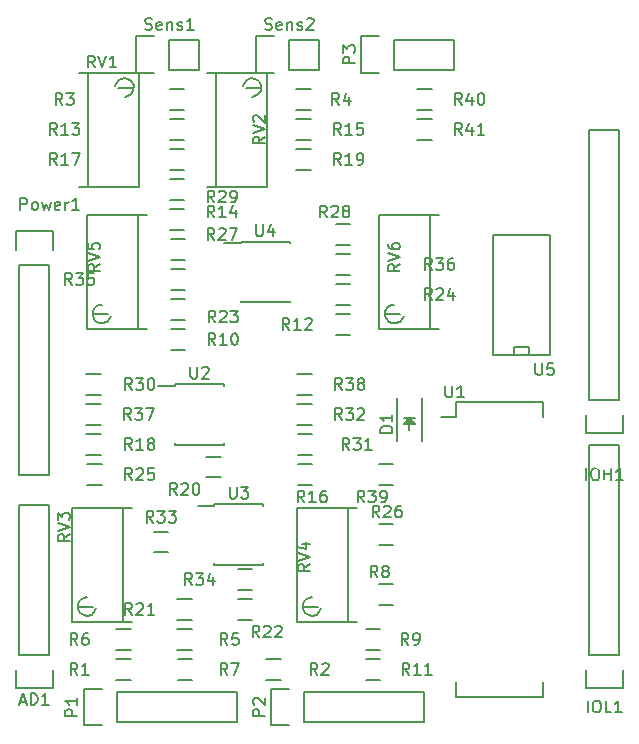
<source format=gto>
G04 #@! TF.FileFunction,Legend,Top*
%FSLAX45Y45*%
G04 Gerber Fmt 4.5, Leading zero omitted, Abs format (unit mm)*
G04 Created by KiCad (PCBNEW (2016-02-11 BZR 6551)-product) date Friday, February 12, 2016 'PMt' 09:01:30 PM*
%MOMM*%
G01*
G04 APERTURE LIST*
%ADD10C,0.100000*%
%ADD11C,0.150000*%
%ADD12R,2.032000X1.727200*%
%ADD13O,2.032000X1.727200*%
%ADD14R,1.800860X1.597660*%
%ADD15R,1.727200X2.032000*%
%ADD16O,1.727200X2.032000*%
%ADD17R,1.500000X1.300000*%
%ADD18C,1.524000*%
%ADD19R,2.032000X2.032000*%
%ADD20O,2.032000X2.032000*%
%ADD21O,2.300000X1.600000*%
%ADD22R,1.550000X0.600000*%
%ADD23R,1.143000X0.508000*%
G04 APERTURE END LIST*
D10*
D11*
X18669000Y-13462000D02*
X18669000Y-12192000D01*
X18669000Y-12192000D02*
X18923000Y-12192000D01*
X18923000Y-12192000D02*
X18923000Y-13462000D01*
X18641000Y-13744000D02*
X18641000Y-13589000D01*
X18669000Y-13462000D02*
X18923000Y-13462000D01*
X18951000Y-13589000D02*
X18951000Y-13744000D01*
X18951000Y-13744000D02*
X18641000Y-13744000D01*
X21866000Y-11293486D02*
X21866000Y-11653486D01*
X22076000Y-11293486D02*
X22076000Y-11653486D01*
X22001000Y-11498486D02*
X21941000Y-11498486D01*
X21941000Y-11498486D02*
X21971000Y-11468486D01*
X21971000Y-11468486D02*
X21991000Y-11488486D01*
X21991000Y-11488486D02*
X21966000Y-11488486D01*
X21966000Y-11488486D02*
X21971000Y-11483486D01*
X22021000Y-11458486D02*
X21921000Y-11458486D01*
X21971000Y-11508486D02*
X21971000Y-11558486D01*
X21971000Y-11458486D02*
X22021000Y-11508486D01*
X22021000Y-11508486D02*
X21921000Y-11508486D01*
X21921000Y-11508486D02*
X21971000Y-11458486D01*
X23495000Y-11303000D02*
X23495000Y-9017000D01*
X23495000Y-9017000D02*
X23749000Y-9017000D01*
X23749000Y-9017000D02*
X23749000Y-11303000D01*
X23467000Y-11585000D02*
X23467000Y-11430000D01*
X23495000Y-11303000D02*
X23749000Y-11303000D01*
X23777000Y-11430000D02*
X23777000Y-11585000D01*
X23777000Y-11585000D02*
X23467000Y-11585000D01*
X23495000Y-13462000D02*
X23495000Y-11684000D01*
X23495000Y-11684000D02*
X23749000Y-11684000D01*
X23749000Y-11684000D02*
X23749000Y-13462000D01*
X23467000Y-13744000D02*
X23467000Y-13589000D01*
X23495000Y-13462000D02*
X23749000Y-13462000D01*
X23777000Y-13589000D02*
X23777000Y-13744000D01*
X23777000Y-13744000D02*
X23467000Y-13744000D01*
X19367500Y-14061500D02*
X19212500Y-14061500D01*
X19212500Y-14061500D02*
X19212500Y-13751500D01*
X19212500Y-13751500D02*
X19367500Y-13751500D01*
X19494500Y-13779500D02*
X20510500Y-13779500D01*
X20510500Y-13779500D02*
X20510500Y-14033500D01*
X20510500Y-14033500D02*
X19494500Y-14033500D01*
X19494500Y-13779500D02*
X19494500Y-14033500D01*
X20955000Y-14061500D02*
X20800000Y-14061500D01*
X20800000Y-14061500D02*
X20800000Y-13751500D01*
X20800000Y-13751500D02*
X20955000Y-13751500D01*
X21082000Y-13779500D02*
X22098000Y-13779500D01*
X22098000Y-13779500D02*
X22098000Y-14033500D01*
X22098000Y-14033500D02*
X21082000Y-14033500D01*
X21082000Y-13779500D02*
X21082000Y-14033500D01*
X21844000Y-8509000D02*
X22352000Y-8509000D01*
X22352000Y-8509000D02*
X22352000Y-8255000D01*
X22352000Y-8255000D02*
X21844000Y-8255000D01*
X21562000Y-8227000D02*
X21717000Y-8227000D01*
X21844000Y-8255000D02*
X21844000Y-8509000D01*
X21717000Y-8537000D02*
X21562000Y-8537000D01*
X21562000Y-8537000D02*
X21562000Y-8227000D01*
X18923000Y-10160000D02*
X18923000Y-11938000D01*
X18923000Y-11938000D02*
X18669000Y-11938000D01*
X18669000Y-11938000D02*
X18669000Y-10160000D01*
X18951000Y-9878000D02*
X18951000Y-10033000D01*
X18923000Y-10160000D02*
X18669000Y-10160000D01*
X18641000Y-10033000D02*
X18641000Y-9878000D01*
X18641000Y-9878000D02*
X18951000Y-9878000D01*
X19490000Y-13501500D02*
X19610000Y-13501500D01*
X19610000Y-13676500D02*
X19490000Y-13676500D01*
X20880000Y-13676500D02*
X20760000Y-13676500D01*
X20760000Y-13501500D02*
X20880000Y-13501500D01*
X19942500Y-8675500D02*
X20062500Y-8675500D01*
X20062500Y-8850500D02*
X19942500Y-8850500D01*
X21014000Y-8675500D02*
X21134000Y-8675500D01*
X21134000Y-8850500D02*
X21014000Y-8850500D01*
X20126000Y-13422500D02*
X20006000Y-13422500D01*
X20006000Y-13247500D02*
X20126000Y-13247500D01*
X19610000Y-13422500D02*
X19490000Y-13422500D01*
X19490000Y-13247500D02*
X19610000Y-13247500D01*
X20134000Y-13676500D02*
X20014000Y-13676500D01*
X20014000Y-13501500D02*
X20134000Y-13501500D01*
X21832500Y-13041500D02*
X21712500Y-13041500D01*
X21712500Y-12866500D02*
X21832500Y-12866500D01*
X21721500Y-13422500D02*
X21601500Y-13422500D01*
X21601500Y-13247500D02*
X21721500Y-13247500D01*
X20070500Y-10882500D02*
X19950500Y-10882500D01*
X19950500Y-10707500D02*
X20070500Y-10707500D01*
X21721500Y-13676500D02*
X21601500Y-13676500D01*
X21601500Y-13501500D02*
X21721500Y-13501500D01*
X21347500Y-10580500D02*
X21467500Y-10580500D01*
X21467500Y-10755500D02*
X21347500Y-10755500D01*
X19942500Y-8929500D02*
X20062500Y-8929500D01*
X20062500Y-9104500D02*
X19942500Y-9104500D01*
X19942500Y-9691500D02*
X20062500Y-9691500D01*
X20062500Y-9866500D02*
X19942500Y-9866500D01*
X21014000Y-8929500D02*
X21134000Y-8929500D01*
X21134000Y-9104500D02*
X21014000Y-9104500D01*
X21150000Y-12025500D02*
X21030000Y-12025500D01*
X21030000Y-11850500D02*
X21150000Y-11850500D01*
X19942500Y-9183500D02*
X20062500Y-9183500D01*
X20062500Y-9358500D02*
X19942500Y-9358500D01*
X19356000Y-11771500D02*
X19236000Y-11771500D01*
X19236000Y-11596500D02*
X19356000Y-11596500D01*
X21014000Y-9183500D02*
X21134000Y-9183500D01*
X21134000Y-9358500D02*
X21014000Y-9358500D01*
X20372000Y-11962000D02*
X20252000Y-11962000D01*
X20252000Y-11787000D02*
X20372000Y-11787000D01*
X20126000Y-13168500D02*
X20006000Y-13168500D01*
X20006000Y-12993500D02*
X20126000Y-12993500D01*
X20642000Y-13168500D02*
X20522000Y-13168500D01*
X20522000Y-12993500D02*
X20642000Y-12993500D01*
X20070500Y-10628500D02*
X19950500Y-10628500D01*
X19950500Y-10453500D02*
X20070500Y-10453500D01*
X21467500Y-10501500D02*
X21347500Y-10501500D01*
X21347500Y-10326500D02*
X21467500Y-10326500D01*
X19364000Y-12025500D02*
X19244000Y-12025500D01*
X19244000Y-11850500D02*
X19364000Y-11850500D01*
X21832500Y-12533500D02*
X21712500Y-12533500D01*
X21712500Y-12358500D02*
X21832500Y-12358500D01*
X20070500Y-10120500D02*
X19950500Y-10120500D01*
X19950500Y-9945500D02*
X20070500Y-9945500D01*
X21347500Y-9818500D02*
X21467500Y-9818500D01*
X21467500Y-9993500D02*
X21347500Y-9993500D01*
X19942500Y-9437500D02*
X20062500Y-9437500D01*
X20062500Y-9612500D02*
X19942500Y-9612500D01*
X19356000Y-11263500D02*
X19236000Y-11263500D01*
X19236000Y-11088500D02*
X19356000Y-11088500D01*
X21150000Y-11771500D02*
X21030000Y-11771500D01*
X21030000Y-11596500D02*
X21150000Y-11596500D01*
X21022000Y-11342500D02*
X21142000Y-11342500D01*
X21142000Y-11517500D02*
X21022000Y-11517500D01*
X19927500Y-12597000D02*
X19807500Y-12597000D01*
X19807500Y-12422000D02*
X19927500Y-12422000D01*
X20642000Y-12914500D02*
X20522000Y-12914500D01*
X20522000Y-12739500D02*
X20642000Y-12739500D01*
X20070500Y-10374500D02*
X19950500Y-10374500D01*
X19950500Y-10199500D02*
X20070500Y-10199500D01*
X21467500Y-10247500D02*
X21347500Y-10247500D01*
X21347500Y-10072500D02*
X21467500Y-10072500D01*
X19356000Y-11517500D02*
X19236000Y-11517500D01*
X19236000Y-11342500D02*
X19356000Y-11342500D01*
X21142000Y-11263500D02*
X21022000Y-11263500D01*
X21022000Y-11088500D02*
X21142000Y-11088500D01*
X21832500Y-12025500D02*
X21712500Y-12025500D01*
X21712500Y-11850500D02*
X21832500Y-11850500D01*
X22038000Y-8675500D02*
X22158000Y-8675500D01*
X22158000Y-8850500D02*
X22038000Y-8850500D01*
X22038000Y-8929500D02*
X22158000Y-8929500D01*
X22158000Y-9104500D02*
X22038000Y-9104500D01*
X19634200Y-8661400D02*
X19507200Y-8661400D01*
X19559270Y-8740140D02*
X19584670Y-8736330D01*
X19584670Y-8736330D02*
X19612610Y-8718550D01*
X19612610Y-8718550D02*
X19634200Y-8686800D01*
X19634200Y-8686800D02*
X19635470Y-8642350D01*
X19635470Y-8642350D02*
X19615150Y-8606790D01*
X19615150Y-8606790D02*
X19585940Y-8589010D01*
X19585940Y-8589010D02*
X19554190Y-8583930D01*
X19554190Y-8583930D02*
X19513550Y-8594090D01*
X19513550Y-8594090D02*
X19488150Y-8628380D01*
X19488150Y-8628380D02*
X19479260Y-8646160D01*
X19253200Y-9499600D02*
X19253200Y-8534400D01*
X19558000Y-8534400D02*
X19685000Y-8534400D01*
X19685000Y-8534400D02*
X19685000Y-9499600D01*
X19685000Y-9499600D02*
X19177000Y-9499600D01*
X19177000Y-8534400D02*
X19431000Y-8534400D01*
X19431000Y-8534400D02*
X19558000Y-8534400D01*
X20713700Y-8661400D02*
X20586700Y-8661400D01*
X20638770Y-8740140D02*
X20664170Y-8736330D01*
X20664170Y-8736330D02*
X20692110Y-8718550D01*
X20692110Y-8718550D02*
X20713700Y-8686800D01*
X20713700Y-8686800D02*
X20714970Y-8642350D01*
X20714970Y-8642350D02*
X20694650Y-8606790D01*
X20694650Y-8606790D02*
X20665440Y-8589010D01*
X20665440Y-8589010D02*
X20633690Y-8583930D01*
X20633690Y-8583930D02*
X20593050Y-8594090D01*
X20593050Y-8594090D02*
X20567650Y-8628380D01*
X20567650Y-8628380D02*
X20558760Y-8646160D01*
X20332700Y-9499600D02*
X20332700Y-8534400D01*
X20637500Y-8534400D02*
X20764500Y-8534400D01*
X20764500Y-8534400D02*
X20764500Y-9499600D01*
X20764500Y-9499600D02*
X20256500Y-9499600D01*
X20256500Y-8534400D02*
X20510500Y-8534400D01*
X20510500Y-8534400D02*
X20637500Y-8534400D01*
X19164300Y-13055600D02*
X19291300Y-13055600D01*
X19239230Y-12976860D02*
X19213830Y-12980670D01*
X19213830Y-12980670D02*
X19185890Y-12998450D01*
X19185890Y-12998450D02*
X19164300Y-13030200D01*
X19164300Y-13030200D02*
X19163030Y-13074650D01*
X19163030Y-13074650D02*
X19183350Y-13110210D01*
X19183350Y-13110210D02*
X19212560Y-13127990D01*
X19212560Y-13127990D02*
X19244310Y-13133070D01*
X19244310Y-13133070D02*
X19284950Y-13122910D01*
X19284950Y-13122910D02*
X19310350Y-13088620D01*
X19310350Y-13088620D02*
X19319240Y-13070840D01*
X19545300Y-12217400D02*
X19545300Y-13182600D01*
X19240500Y-13182600D02*
X19113500Y-13182600D01*
X19113500Y-13182600D02*
X19113500Y-12217400D01*
X19113500Y-12217400D02*
X19621500Y-12217400D01*
X19621500Y-13182600D02*
X19367500Y-13182600D01*
X19367500Y-13182600D02*
X19240500Y-13182600D01*
X21069300Y-13055600D02*
X21196300Y-13055600D01*
X21144230Y-12976860D02*
X21118830Y-12980670D01*
X21118830Y-12980670D02*
X21090890Y-12998450D01*
X21090890Y-12998450D02*
X21069300Y-13030200D01*
X21069300Y-13030200D02*
X21068030Y-13074650D01*
X21068030Y-13074650D02*
X21088350Y-13110210D01*
X21088350Y-13110210D02*
X21117560Y-13127990D01*
X21117560Y-13127990D02*
X21149310Y-13133070D01*
X21149310Y-13133070D02*
X21189950Y-13122910D01*
X21189950Y-13122910D02*
X21215350Y-13088620D01*
X21215350Y-13088620D02*
X21224240Y-13070840D01*
X21450300Y-12217400D02*
X21450300Y-13182600D01*
X21145500Y-13182600D02*
X21018500Y-13182600D01*
X21018500Y-13182600D02*
X21018500Y-12217400D01*
X21018500Y-12217400D02*
X21526500Y-12217400D01*
X21526500Y-13182600D02*
X21272500Y-13182600D01*
X21272500Y-13182600D02*
X21145500Y-13182600D01*
X19291300Y-10579100D02*
X19418300Y-10579100D01*
X19366230Y-10500360D02*
X19340830Y-10504170D01*
X19340830Y-10504170D02*
X19312890Y-10521950D01*
X19312890Y-10521950D02*
X19291300Y-10553700D01*
X19291300Y-10553700D02*
X19290030Y-10598150D01*
X19290030Y-10598150D02*
X19310350Y-10633710D01*
X19310350Y-10633710D02*
X19339560Y-10651490D01*
X19339560Y-10651490D02*
X19371310Y-10656570D01*
X19371310Y-10656570D02*
X19411950Y-10646410D01*
X19411950Y-10646410D02*
X19437350Y-10612120D01*
X19437350Y-10612120D02*
X19446240Y-10594340D01*
X19672300Y-9740900D02*
X19672300Y-10706100D01*
X19367500Y-10706100D02*
X19240500Y-10706100D01*
X19240500Y-10706100D02*
X19240500Y-9740900D01*
X19240500Y-9740900D02*
X19748500Y-9740900D01*
X19748500Y-10706100D02*
X19494500Y-10706100D01*
X19494500Y-10706100D02*
X19367500Y-10706100D01*
X21767800Y-10579100D02*
X21894800Y-10579100D01*
X21842730Y-10500360D02*
X21817330Y-10504170D01*
X21817330Y-10504170D02*
X21789390Y-10521950D01*
X21789390Y-10521950D02*
X21767800Y-10553700D01*
X21767800Y-10553700D02*
X21766530Y-10598150D01*
X21766530Y-10598150D02*
X21786850Y-10633710D01*
X21786850Y-10633710D02*
X21816060Y-10651490D01*
X21816060Y-10651490D02*
X21847810Y-10656570D01*
X21847810Y-10656570D02*
X21888450Y-10646410D01*
X21888450Y-10646410D02*
X21913850Y-10612120D01*
X21913850Y-10612120D02*
X21922740Y-10594340D01*
X22148800Y-9740900D02*
X22148800Y-10706100D01*
X21844000Y-10706100D02*
X21717000Y-10706100D01*
X21717000Y-10706100D02*
X21717000Y-9740900D01*
X21717000Y-9740900D02*
X22225000Y-9740900D01*
X22225000Y-10706100D02*
X21971000Y-10706100D01*
X21971000Y-10706100D02*
X21844000Y-10706100D01*
X19939000Y-8255000D02*
X20193000Y-8255000D01*
X19657000Y-8227000D02*
X19812000Y-8227000D01*
X19939000Y-8255000D02*
X19939000Y-8509000D01*
X19812000Y-8537000D02*
X19657000Y-8537000D01*
X19657000Y-8537000D02*
X19657000Y-8227000D01*
X19939000Y-8509000D02*
X20193000Y-8509000D01*
X20193000Y-8509000D02*
X20193000Y-8255000D01*
X20955000Y-8255000D02*
X21209000Y-8255000D01*
X20673000Y-8227000D02*
X20828000Y-8227000D01*
X20955000Y-8255000D02*
X20955000Y-8509000D01*
X20828000Y-8537000D02*
X20673000Y-8537000D01*
X20673000Y-8537000D02*
X20673000Y-8227000D01*
X20955000Y-8509000D02*
X21209000Y-8509000D01*
X21209000Y-8509000D02*
X21209000Y-8255000D01*
X22365500Y-11327500D02*
X22365500Y-11454500D01*
X23100500Y-11327500D02*
X23100500Y-11454500D01*
X23100500Y-13818500D02*
X23100500Y-13691500D01*
X22365500Y-13818500D02*
X22365500Y-13691500D01*
X22365500Y-11327500D02*
X23100500Y-11327500D01*
X22365500Y-13818500D02*
X23100500Y-13818500D01*
X22365500Y-11454500D02*
X22237000Y-11454500D01*
X19985500Y-11172500D02*
X19985500Y-11187000D01*
X20400500Y-11172500D02*
X20400500Y-11187000D01*
X20400500Y-11687500D02*
X20400500Y-11673000D01*
X19985500Y-11687500D02*
X19985500Y-11673000D01*
X19985500Y-11172500D02*
X20400500Y-11172500D01*
X19985500Y-11687500D02*
X20400500Y-11687500D01*
X19985500Y-11187000D02*
X19845500Y-11187000D01*
X20319000Y-12188500D02*
X20319000Y-12203000D01*
X20734000Y-12188500D02*
X20734000Y-12203000D01*
X20734000Y-12703500D02*
X20734000Y-12689000D01*
X20319000Y-12703500D02*
X20319000Y-12689000D01*
X20319000Y-12188500D02*
X20734000Y-12188500D01*
X20319000Y-12703500D02*
X20734000Y-12703500D01*
X20319000Y-12203000D02*
X20179000Y-12203000D01*
X20541000Y-9966000D02*
X20541000Y-9980500D01*
X20956000Y-9966000D02*
X20956000Y-9980500D01*
X20956000Y-10481000D02*
X20956000Y-10466500D01*
X20541000Y-10481000D02*
X20541000Y-10466500D01*
X20541000Y-9966000D02*
X20956000Y-9966000D01*
X20541000Y-10481000D02*
X20956000Y-10481000D01*
X20541000Y-9980500D02*
X20401000Y-9980500D01*
X22682200Y-9906000D02*
X23164800Y-9906000D01*
X23164800Y-9906000D02*
X23164800Y-10922000D01*
X23164800Y-10922000D02*
X22682200Y-10922000D01*
X22682200Y-10922000D02*
X22682200Y-9906000D01*
X22860000Y-10922000D02*
X22860000Y-10858500D01*
X22860000Y-10858500D02*
X22987000Y-10858500D01*
X22987000Y-10858500D02*
X22987000Y-10922000D01*
X18674571Y-13859667D02*
X18722191Y-13859667D01*
X18665048Y-13888238D02*
X18698381Y-13788238D01*
X18731714Y-13888238D01*
X18765048Y-13888238D02*
X18765048Y-13788238D01*
X18788857Y-13788238D01*
X18803143Y-13793000D01*
X18812667Y-13802524D01*
X18817429Y-13812048D01*
X18822191Y-13831095D01*
X18822191Y-13845381D01*
X18817429Y-13864429D01*
X18812667Y-13873952D01*
X18803143Y-13883476D01*
X18788857Y-13888238D01*
X18765048Y-13888238D01*
X18917429Y-13888238D02*
X18860286Y-13888238D01*
X18888857Y-13888238D02*
X18888857Y-13788238D01*
X18879333Y-13802524D01*
X18869810Y-13812048D01*
X18860286Y-13816809D01*
X21825738Y-11582295D02*
X21725738Y-11582295D01*
X21725738Y-11558486D01*
X21730500Y-11544200D01*
X21740024Y-11534676D01*
X21749548Y-11529914D01*
X21768595Y-11525153D01*
X21782881Y-11525153D01*
X21801929Y-11529914D01*
X21811452Y-11534676D01*
X21820976Y-11544200D01*
X21825738Y-11558486D01*
X21825738Y-11582295D01*
X21825738Y-11429914D02*
X21825738Y-11487057D01*
X21825738Y-11458486D02*
X21725738Y-11458486D01*
X21740024Y-11468010D01*
X21749548Y-11477534D01*
X21754310Y-11487057D01*
X23469619Y-11985238D02*
X23469619Y-11885238D01*
X23536286Y-11885238D02*
X23555333Y-11885238D01*
X23564857Y-11890000D01*
X23574381Y-11899524D01*
X23579143Y-11918571D01*
X23579143Y-11951905D01*
X23574381Y-11970952D01*
X23564857Y-11980476D01*
X23555333Y-11985238D01*
X23536286Y-11985238D01*
X23526762Y-11980476D01*
X23517238Y-11970952D01*
X23512476Y-11951905D01*
X23512476Y-11918571D01*
X23517238Y-11899524D01*
X23526762Y-11890000D01*
X23536286Y-11885238D01*
X23622000Y-11985238D02*
X23622000Y-11885238D01*
X23622000Y-11932857D02*
X23679143Y-11932857D01*
X23679143Y-11985238D02*
X23679143Y-11885238D01*
X23779143Y-11985238D02*
X23722000Y-11985238D01*
X23750571Y-11985238D02*
X23750571Y-11885238D01*
X23741048Y-11899524D01*
X23731524Y-11909048D01*
X23722000Y-11913809D01*
X23481524Y-13951738D02*
X23481524Y-13851738D01*
X23548190Y-13851738D02*
X23567238Y-13851738D01*
X23576762Y-13856500D01*
X23586286Y-13866024D01*
X23591048Y-13885071D01*
X23591048Y-13918405D01*
X23586286Y-13937452D01*
X23576762Y-13946976D01*
X23567238Y-13951738D01*
X23548190Y-13951738D01*
X23538667Y-13946976D01*
X23529143Y-13937452D01*
X23524381Y-13918405D01*
X23524381Y-13885071D01*
X23529143Y-13866024D01*
X23538667Y-13856500D01*
X23548190Y-13851738D01*
X23681524Y-13951738D02*
X23633905Y-13951738D01*
X23633905Y-13851738D01*
X23767238Y-13951738D02*
X23710095Y-13951738D01*
X23738667Y-13951738D02*
X23738667Y-13851738D01*
X23729143Y-13866024D01*
X23719619Y-13875548D01*
X23710095Y-13880309D01*
X19158738Y-13980309D02*
X19058738Y-13980309D01*
X19058738Y-13942214D01*
X19063500Y-13932690D01*
X19068262Y-13927928D01*
X19077786Y-13923167D01*
X19092071Y-13923167D01*
X19101595Y-13927928D01*
X19106357Y-13932690D01*
X19111119Y-13942214D01*
X19111119Y-13980309D01*
X19158738Y-13827928D02*
X19158738Y-13885071D01*
X19158738Y-13856500D02*
X19058738Y-13856500D01*
X19073024Y-13866024D01*
X19082548Y-13875548D01*
X19087310Y-13885071D01*
X20746238Y-13980309D02*
X20646238Y-13980309D01*
X20646238Y-13942214D01*
X20651000Y-13932690D01*
X20655762Y-13927928D01*
X20665286Y-13923167D01*
X20679571Y-13923167D01*
X20689095Y-13927928D01*
X20693857Y-13932690D01*
X20698619Y-13942214D01*
X20698619Y-13980309D01*
X20655762Y-13885071D02*
X20651000Y-13880309D01*
X20646238Y-13870786D01*
X20646238Y-13846976D01*
X20651000Y-13837452D01*
X20655762Y-13832690D01*
X20665286Y-13827928D01*
X20674810Y-13827928D01*
X20689095Y-13832690D01*
X20746238Y-13889833D01*
X20746238Y-13827928D01*
X21508238Y-8455810D02*
X21408238Y-8455810D01*
X21408238Y-8417714D01*
X21413000Y-8408190D01*
X21417762Y-8403429D01*
X21427286Y-8398667D01*
X21441571Y-8398667D01*
X21451095Y-8403429D01*
X21455857Y-8408190D01*
X21460619Y-8417714D01*
X21460619Y-8455810D01*
X21408238Y-8365333D02*
X21408238Y-8303428D01*
X21446333Y-8336762D01*
X21446333Y-8322476D01*
X21451095Y-8312952D01*
X21455857Y-8308190D01*
X21465381Y-8303428D01*
X21489191Y-8303428D01*
X21498714Y-8308190D01*
X21503476Y-8312952D01*
X21508238Y-8322476D01*
X21508238Y-8351048D01*
X21503476Y-8360571D01*
X21498714Y-8365333D01*
X18677762Y-9697238D02*
X18677762Y-9597238D01*
X18715857Y-9597238D01*
X18725381Y-9602000D01*
X18730143Y-9606762D01*
X18734905Y-9616286D01*
X18734905Y-9630571D01*
X18730143Y-9640095D01*
X18725381Y-9644857D01*
X18715857Y-9649619D01*
X18677762Y-9649619D01*
X18792048Y-9697238D02*
X18782524Y-9692476D01*
X18777762Y-9687714D01*
X18773000Y-9678191D01*
X18773000Y-9649619D01*
X18777762Y-9640095D01*
X18782524Y-9635333D01*
X18792048Y-9630571D01*
X18806333Y-9630571D01*
X18815857Y-9635333D01*
X18820619Y-9640095D01*
X18825381Y-9649619D01*
X18825381Y-9678191D01*
X18820619Y-9687714D01*
X18815857Y-9692476D01*
X18806333Y-9697238D01*
X18792048Y-9697238D01*
X18858714Y-9630571D02*
X18877762Y-9697238D01*
X18896810Y-9649619D01*
X18915857Y-9697238D01*
X18934905Y-9630571D01*
X19011095Y-9692476D02*
X19001572Y-9697238D01*
X18982524Y-9697238D01*
X18973000Y-9692476D01*
X18968238Y-9682952D01*
X18968238Y-9644857D01*
X18973000Y-9635333D01*
X18982524Y-9630571D01*
X19001572Y-9630571D01*
X19011095Y-9635333D01*
X19015857Y-9644857D01*
X19015857Y-9654381D01*
X18968238Y-9663905D01*
X19058714Y-9697238D02*
X19058714Y-9630571D01*
X19058714Y-9649619D02*
X19063476Y-9640095D01*
X19068238Y-9635333D01*
X19077762Y-9630571D01*
X19087286Y-9630571D01*
X19173000Y-9697238D02*
X19115857Y-9697238D01*
X19144429Y-9697238D02*
X19144429Y-9597238D01*
X19134905Y-9611524D01*
X19125381Y-9621048D01*
X19115857Y-9625810D01*
X19160333Y-13634238D02*
X19127000Y-13586619D01*
X19103191Y-13634238D02*
X19103191Y-13534238D01*
X19141286Y-13534238D01*
X19150810Y-13539000D01*
X19155572Y-13543762D01*
X19160333Y-13553286D01*
X19160333Y-13567571D01*
X19155572Y-13577095D01*
X19150810Y-13581857D01*
X19141286Y-13586619D01*
X19103191Y-13586619D01*
X19255572Y-13634238D02*
X19198429Y-13634238D01*
X19227000Y-13634238D02*
X19227000Y-13534238D01*
X19217476Y-13548524D01*
X19207952Y-13558048D01*
X19198429Y-13562809D01*
X21192333Y-13634238D02*
X21159000Y-13586619D01*
X21135191Y-13634238D02*
X21135191Y-13534238D01*
X21173286Y-13534238D01*
X21182810Y-13539000D01*
X21187572Y-13543762D01*
X21192333Y-13553286D01*
X21192333Y-13567571D01*
X21187572Y-13577095D01*
X21182810Y-13581857D01*
X21173286Y-13586619D01*
X21135191Y-13586619D01*
X21230429Y-13543762D02*
X21235191Y-13539000D01*
X21244714Y-13534238D01*
X21268524Y-13534238D01*
X21278048Y-13539000D01*
X21282810Y-13543762D01*
X21287572Y-13553286D01*
X21287572Y-13562809D01*
X21282810Y-13577095D01*
X21225667Y-13634238D01*
X21287572Y-13634238D01*
X19033333Y-8808238D02*
X19000000Y-8760619D01*
X18976191Y-8808238D02*
X18976191Y-8708238D01*
X19014286Y-8708238D01*
X19023810Y-8713000D01*
X19028572Y-8717762D01*
X19033333Y-8727286D01*
X19033333Y-8741571D01*
X19028572Y-8751095D01*
X19023810Y-8755857D01*
X19014286Y-8760619D01*
X18976191Y-8760619D01*
X19066667Y-8708238D02*
X19128572Y-8708238D01*
X19095238Y-8746333D01*
X19109524Y-8746333D01*
X19119048Y-8751095D01*
X19123810Y-8755857D01*
X19128572Y-8765381D01*
X19128572Y-8789191D01*
X19123810Y-8798714D01*
X19119048Y-8803476D01*
X19109524Y-8808238D01*
X19080952Y-8808238D01*
X19071429Y-8803476D01*
X19066667Y-8798714D01*
X21374833Y-8808238D02*
X21341500Y-8760619D01*
X21317691Y-8808238D02*
X21317691Y-8708238D01*
X21355786Y-8708238D01*
X21365310Y-8713000D01*
X21370072Y-8717762D01*
X21374833Y-8727286D01*
X21374833Y-8741571D01*
X21370072Y-8751095D01*
X21365310Y-8755857D01*
X21355786Y-8760619D01*
X21317691Y-8760619D01*
X21460548Y-8741571D02*
X21460548Y-8808238D01*
X21436738Y-8703476D02*
X21412929Y-8774905D01*
X21474833Y-8774905D01*
X20430333Y-13380238D02*
X20397000Y-13332619D01*
X20373191Y-13380238D02*
X20373191Y-13280238D01*
X20411286Y-13280238D01*
X20420810Y-13285000D01*
X20425572Y-13289762D01*
X20430333Y-13299286D01*
X20430333Y-13313571D01*
X20425572Y-13323095D01*
X20420810Y-13327857D01*
X20411286Y-13332619D01*
X20373191Y-13332619D01*
X20520810Y-13280238D02*
X20473191Y-13280238D01*
X20468429Y-13327857D01*
X20473191Y-13323095D01*
X20482714Y-13318333D01*
X20506524Y-13318333D01*
X20516048Y-13323095D01*
X20520810Y-13327857D01*
X20525572Y-13337381D01*
X20525572Y-13361190D01*
X20520810Y-13370714D01*
X20516048Y-13375476D01*
X20506524Y-13380238D01*
X20482714Y-13380238D01*
X20473191Y-13375476D01*
X20468429Y-13370714D01*
X19160333Y-13380238D02*
X19127000Y-13332619D01*
X19103191Y-13380238D02*
X19103191Y-13280238D01*
X19141286Y-13280238D01*
X19150810Y-13285000D01*
X19155572Y-13289762D01*
X19160333Y-13299286D01*
X19160333Y-13313571D01*
X19155572Y-13323095D01*
X19150810Y-13327857D01*
X19141286Y-13332619D01*
X19103191Y-13332619D01*
X19246048Y-13280238D02*
X19227000Y-13280238D01*
X19217476Y-13285000D01*
X19212714Y-13289762D01*
X19203191Y-13304048D01*
X19198429Y-13323095D01*
X19198429Y-13361190D01*
X19203191Y-13370714D01*
X19207952Y-13375476D01*
X19217476Y-13380238D01*
X19236524Y-13380238D01*
X19246048Y-13375476D01*
X19250810Y-13370714D01*
X19255572Y-13361190D01*
X19255572Y-13337381D01*
X19250810Y-13327857D01*
X19246048Y-13323095D01*
X19236524Y-13318333D01*
X19217476Y-13318333D01*
X19207952Y-13323095D01*
X19203191Y-13327857D01*
X19198429Y-13337381D01*
X20430333Y-13634238D02*
X20397000Y-13586619D01*
X20373191Y-13634238D02*
X20373191Y-13534238D01*
X20411286Y-13534238D01*
X20420810Y-13539000D01*
X20425572Y-13543762D01*
X20430333Y-13553286D01*
X20430333Y-13567571D01*
X20425572Y-13577095D01*
X20420810Y-13581857D01*
X20411286Y-13586619D01*
X20373191Y-13586619D01*
X20463667Y-13534238D02*
X20530333Y-13534238D01*
X20487476Y-13634238D01*
X21700333Y-12808738D02*
X21667000Y-12761119D01*
X21643191Y-12808738D02*
X21643191Y-12708738D01*
X21681286Y-12708738D01*
X21690810Y-12713500D01*
X21695572Y-12718262D01*
X21700333Y-12727786D01*
X21700333Y-12742071D01*
X21695572Y-12751595D01*
X21690810Y-12756357D01*
X21681286Y-12761119D01*
X21643191Y-12761119D01*
X21757476Y-12751595D02*
X21747952Y-12746833D01*
X21743191Y-12742071D01*
X21738429Y-12732548D01*
X21738429Y-12727786D01*
X21743191Y-12718262D01*
X21747952Y-12713500D01*
X21757476Y-12708738D01*
X21776524Y-12708738D01*
X21786048Y-12713500D01*
X21790810Y-12718262D01*
X21795572Y-12727786D01*
X21795572Y-12732548D01*
X21790810Y-12742071D01*
X21786048Y-12746833D01*
X21776524Y-12751595D01*
X21757476Y-12751595D01*
X21747952Y-12756357D01*
X21743191Y-12761119D01*
X21738429Y-12770643D01*
X21738429Y-12789690D01*
X21743191Y-12799214D01*
X21747952Y-12803976D01*
X21757476Y-12808738D01*
X21776524Y-12808738D01*
X21786048Y-12803976D01*
X21790810Y-12799214D01*
X21795572Y-12789690D01*
X21795572Y-12770643D01*
X21790810Y-12761119D01*
X21786048Y-12756357D01*
X21776524Y-12751595D01*
X21962333Y-13380238D02*
X21929000Y-13332619D01*
X21905191Y-13380238D02*
X21905191Y-13280238D01*
X21943286Y-13280238D01*
X21952810Y-13285000D01*
X21957572Y-13289762D01*
X21962333Y-13299286D01*
X21962333Y-13313571D01*
X21957572Y-13323095D01*
X21952810Y-13327857D01*
X21943286Y-13332619D01*
X21905191Y-13332619D01*
X22009952Y-13380238D02*
X22029000Y-13380238D01*
X22038524Y-13375476D01*
X22043286Y-13370714D01*
X22052810Y-13356429D01*
X22057572Y-13337381D01*
X22057572Y-13299286D01*
X22052810Y-13289762D01*
X22048048Y-13285000D01*
X22038524Y-13280238D01*
X22019476Y-13280238D01*
X22009952Y-13285000D01*
X22005191Y-13289762D01*
X22000429Y-13299286D01*
X22000429Y-13323095D01*
X22005191Y-13332619D01*
X22009952Y-13337381D01*
X22019476Y-13342143D01*
X22038524Y-13342143D01*
X22048048Y-13337381D01*
X22052810Y-13332619D01*
X22057572Y-13323095D01*
X20327214Y-10840238D02*
X20293881Y-10792619D01*
X20270071Y-10840238D02*
X20270071Y-10740238D01*
X20308167Y-10740238D01*
X20317691Y-10745000D01*
X20322452Y-10749762D01*
X20327214Y-10759286D01*
X20327214Y-10773571D01*
X20322452Y-10783095D01*
X20317691Y-10787857D01*
X20308167Y-10792619D01*
X20270071Y-10792619D01*
X20422452Y-10840238D02*
X20365310Y-10840238D01*
X20393881Y-10840238D02*
X20393881Y-10740238D01*
X20384357Y-10754524D01*
X20374833Y-10764048D01*
X20365310Y-10768810D01*
X20484357Y-10740238D02*
X20493881Y-10740238D01*
X20503405Y-10745000D01*
X20508167Y-10749762D01*
X20512929Y-10759286D01*
X20517691Y-10778333D01*
X20517691Y-10802143D01*
X20512929Y-10821191D01*
X20508167Y-10830714D01*
X20503405Y-10835476D01*
X20493881Y-10840238D01*
X20484357Y-10840238D01*
X20474833Y-10835476D01*
X20470071Y-10830714D01*
X20465310Y-10821191D01*
X20460548Y-10802143D01*
X20460548Y-10778333D01*
X20465310Y-10759286D01*
X20470071Y-10749762D01*
X20474833Y-10745000D01*
X20484357Y-10740238D01*
X21970214Y-13634238D02*
X21936881Y-13586619D01*
X21913071Y-13634238D02*
X21913071Y-13534238D01*
X21951167Y-13534238D01*
X21960691Y-13539000D01*
X21965452Y-13543762D01*
X21970214Y-13553286D01*
X21970214Y-13567571D01*
X21965452Y-13577095D01*
X21960691Y-13581857D01*
X21951167Y-13586619D01*
X21913071Y-13586619D01*
X22065452Y-13634238D02*
X22008310Y-13634238D01*
X22036881Y-13634238D02*
X22036881Y-13534238D01*
X22027357Y-13548524D01*
X22017833Y-13558048D01*
X22008310Y-13562809D01*
X22160691Y-13634238D02*
X22103548Y-13634238D01*
X22132119Y-13634238D02*
X22132119Y-13534238D01*
X22122595Y-13548524D01*
X22113071Y-13558048D01*
X22103548Y-13562809D01*
X20954214Y-10713238D02*
X20920881Y-10665619D01*
X20897071Y-10713238D02*
X20897071Y-10613238D01*
X20935167Y-10613238D01*
X20944691Y-10618000D01*
X20949452Y-10622762D01*
X20954214Y-10632286D01*
X20954214Y-10646571D01*
X20949452Y-10656095D01*
X20944691Y-10660857D01*
X20935167Y-10665619D01*
X20897071Y-10665619D01*
X21049452Y-10713238D02*
X20992310Y-10713238D01*
X21020881Y-10713238D02*
X21020881Y-10613238D01*
X21011357Y-10627524D01*
X21001833Y-10637048D01*
X20992310Y-10641810D01*
X21087548Y-10622762D02*
X21092310Y-10618000D01*
X21101833Y-10613238D01*
X21125643Y-10613238D01*
X21135167Y-10618000D01*
X21139929Y-10622762D01*
X21144691Y-10632286D01*
X21144691Y-10641810D01*
X21139929Y-10656095D01*
X21082786Y-10713238D01*
X21144691Y-10713238D01*
X18985714Y-9062238D02*
X18952381Y-9014619D01*
X18928571Y-9062238D02*
X18928571Y-8962238D01*
X18966667Y-8962238D01*
X18976191Y-8967000D01*
X18980952Y-8971762D01*
X18985714Y-8981286D01*
X18985714Y-8995571D01*
X18980952Y-9005095D01*
X18976191Y-9009857D01*
X18966667Y-9014619D01*
X18928571Y-9014619D01*
X19080952Y-9062238D02*
X19023810Y-9062238D01*
X19052381Y-9062238D02*
X19052381Y-8962238D01*
X19042857Y-8976524D01*
X19033333Y-8986048D01*
X19023810Y-8990810D01*
X19114286Y-8962238D02*
X19176191Y-8962238D01*
X19142857Y-9000333D01*
X19157143Y-9000333D01*
X19166667Y-9005095D01*
X19171429Y-9009857D01*
X19176191Y-9019381D01*
X19176191Y-9043191D01*
X19171429Y-9052714D01*
X19166667Y-9057476D01*
X19157143Y-9062238D01*
X19128571Y-9062238D01*
X19119048Y-9057476D01*
X19114286Y-9052714D01*
X20319214Y-9760738D02*
X20285881Y-9713119D01*
X20262071Y-9760738D02*
X20262071Y-9660738D01*
X20300167Y-9660738D01*
X20309691Y-9665500D01*
X20314452Y-9670262D01*
X20319214Y-9679786D01*
X20319214Y-9694071D01*
X20314452Y-9703595D01*
X20309691Y-9708357D01*
X20300167Y-9713119D01*
X20262071Y-9713119D01*
X20414452Y-9760738D02*
X20357310Y-9760738D01*
X20385881Y-9760738D02*
X20385881Y-9660738D01*
X20376357Y-9675024D01*
X20366833Y-9684548D01*
X20357310Y-9689310D01*
X20500167Y-9694071D02*
X20500167Y-9760738D01*
X20476357Y-9655976D02*
X20452548Y-9727405D01*
X20514452Y-9727405D01*
X21390714Y-9062238D02*
X21357381Y-9014619D01*
X21333571Y-9062238D02*
X21333571Y-8962238D01*
X21371667Y-8962238D01*
X21381191Y-8967000D01*
X21385952Y-8971762D01*
X21390714Y-8981286D01*
X21390714Y-8995571D01*
X21385952Y-9005095D01*
X21381191Y-9009857D01*
X21371667Y-9014619D01*
X21333571Y-9014619D01*
X21485952Y-9062238D02*
X21428810Y-9062238D01*
X21457381Y-9062238D02*
X21457381Y-8962238D01*
X21447857Y-8976524D01*
X21438333Y-8986048D01*
X21428810Y-8990810D01*
X21576429Y-8962238D02*
X21528810Y-8962238D01*
X21524048Y-9009857D01*
X21528810Y-9005095D01*
X21538333Y-9000333D01*
X21562143Y-9000333D01*
X21571667Y-9005095D01*
X21576429Y-9009857D01*
X21581191Y-9019381D01*
X21581191Y-9043191D01*
X21576429Y-9052714D01*
X21571667Y-9057476D01*
X21562143Y-9062238D01*
X21538333Y-9062238D01*
X21528810Y-9057476D01*
X21524048Y-9052714D01*
X21081214Y-12173738D02*
X21047881Y-12126119D01*
X21024071Y-12173738D02*
X21024071Y-12073738D01*
X21062167Y-12073738D01*
X21071691Y-12078500D01*
X21076452Y-12083262D01*
X21081214Y-12092786D01*
X21081214Y-12107071D01*
X21076452Y-12116595D01*
X21071691Y-12121357D01*
X21062167Y-12126119D01*
X21024071Y-12126119D01*
X21176452Y-12173738D02*
X21119310Y-12173738D01*
X21147881Y-12173738D02*
X21147881Y-12073738D01*
X21138357Y-12088024D01*
X21128833Y-12097548D01*
X21119310Y-12102309D01*
X21262167Y-12073738D02*
X21243119Y-12073738D01*
X21233595Y-12078500D01*
X21228833Y-12083262D01*
X21219310Y-12097548D01*
X21214548Y-12116595D01*
X21214548Y-12154690D01*
X21219310Y-12164214D01*
X21224071Y-12168976D01*
X21233595Y-12173738D01*
X21252643Y-12173738D01*
X21262167Y-12168976D01*
X21266929Y-12164214D01*
X21271691Y-12154690D01*
X21271691Y-12130881D01*
X21266929Y-12121357D01*
X21262167Y-12116595D01*
X21252643Y-12111833D01*
X21233595Y-12111833D01*
X21224071Y-12116595D01*
X21219310Y-12121357D01*
X21214548Y-12130881D01*
X18985714Y-9316238D02*
X18952381Y-9268619D01*
X18928571Y-9316238D02*
X18928571Y-9216238D01*
X18966667Y-9216238D01*
X18976191Y-9221000D01*
X18980952Y-9225762D01*
X18985714Y-9235286D01*
X18985714Y-9249571D01*
X18980952Y-9259095D01*
X18976191Y-9263857D01*
X18966667Y-9268619D01*
X18928571Y-9268619D01*
X19080952Y-9316238D02*
X19023810Y-9316238D01*
X19052381Y-9316238D02*
X19052381Y-9216238D01*
X19042857Y-9230524D01*
X19033333Y-9240048D01*
X19023810Y-9244810D01*
X19114286Y-9216238D02*
X19180952Y-9216238D01*
X19138095Y-9316238D01*
X19620714Y-11729238D02*
X19587381Y-11681619D01*
X19563571Y-11729238D02*
X19563571Y-11629238D01*
X19601667Y-11629238D01*
X19611191Y-11634000D01*
X19615952Y-11638762D01*
X19620714Y-11648286D01*
X19620714Y-11662571D01*
X19615952Y-11672095D01*
X19611191Y-11676857D01*
X19601667Y-11681619D01*
X19563571Y-11681619D01*
X19715952Y-11729238D02*
X19658810Y-11729238D01*
X19687381Y-11729238D02*
X19687381Y-11629238D01*
X19677857Y-11643524D01*
X19668333Y-11653048D01*
X19658810Y-11657809D01*
X19773095Y-11672095D02*
X19763571Y-11667333D01*
X19758810Y-11662571D01*
X19754048Y-11653048D01*
X19754048Y-11648286D01*
X19758810Y-11638762D01*
X19763571Y-11634000D01*
X19773095Y-11629238D01*
X19792143Y-11629238D01*
X19801667Y-11634000D01*
X19806429Y-11638762D01*
X19811191Y-11648286D01*
X19811191Y-11653048D01*
X19806429Y-11662571D01*
X19801667Y-11667333D01*
X19792143Y-11672095D01*
X19773095Y-11672095D01*
X19763571Y-11676857D01*
X19758810Y-11681619D01*
X19754048Y-11691143D01*
X19754048Y-11710190D01*
X19758810Y-11719714D01*
X19763571Y-11724476D01*
X19773095Y-11729238D01*
X19792143Y-11729238D01*
X19801667Y-11724476D01*
X19806429Y-11719714D01*
X19811191Y-11710190D01*
X19811191Y-11691143D01*
X19806429Y-11681619D01*
X19801667Y-11676857D01*
X19792143Y-11672095D01*
X21390714Y-9316238D02*
X21357381Y-9268619D01*
X21333571Y-9316238D02*
X21333571Y-9216238D01*
X21371667Y-9216238D01*
X21381191Y-9221000D01*
X21385952Y-9225762D01*
X21390714Y-9235286D01*
X21390714Y-9249571D01*
X21385952Y-9259095D01*
X21381191Y-9263857D01*
X21371667Y-9268619D01*
X21333571Y-9268619D01*
X21485952Y-9316238D02*
X21428810Y-9316238D01*
X21457381Y-9316238D02*
X21457381Y-9216238D01*
X21447857Y-9230524D01*
X21438333Y-9240048D01*
X21428810Y-9244810D01*
X21533571Y-9316238D02*
X21552619Y-9316238D01*
X21562143Y-9311476D01*
X21566905Y-9306714D01*
X21576429Y-9292429D01*
X21581191Y-9273381D01*
X21581191Y-9235286D01*
X21576429Y-9225762D01*
X21571667Y-9221000D01*
X21562143Y-9216238D01*
X21543095Y-9216238D01*
X21533571Y-9221000D01*
X21528810Y-9225762D01*
X21524048Y-9235286D01*
X21524048Y-9259095D01*
X21528810Y-9268619D01*
X21533571Y-9273381D01*
X21543095Y-9278143D01*
X21562143Y-9278143D01*
X21571667Y-9273381D01*
X21576429Y-9268619D01*
X21581191Y-9259095D01*
X20001714Y-12110238D02*
X19968381Y-12062619D01*
X19944571Y-12110238D02*
X19944571Y-12010238D01*
X19982667Y-12010238D01*
X19992191Y-12015000D01*
X19996952Y-12019762D01*
X20001714Y-12029286D01*
X20001714Y-12043571D01*
X19996952Y-12053095D01*
X19992191Y-12057857D01*
X19982667Y-12062619D01*
X19944571Y-12062619D01*
X20039810Y-12019762D02*
X20044571Y-12015000D01*
X20054095Y-12010238D01*
X20077905Y-12010238D01*
X20087429Y-12015000D01*
X20092191Y-12019762D01*
X20096952Y-12029286D01*
X20096952Y-12038809D01*
X20092191Y-12053095D01*
X20035048Y-12110238D01*
X20096952Y-12110238D01*
X20158857Y-12010238D02*
X20168381Y-12010238D01*
X20177905Y-12015000D01*
X20182667Y-12019762D01*
X20187429Y-12029286D01*
X20192191Y-12048333D01*
X20192191Y-12072143D01*
X20187429Y-12091190D01*
X20182667Y-12100714D01*
X20177905Y-12105476D01*
X20168381Y-12110238D01*
X20158857Y-12110238D01*
X20149333Y-12105476D01*
X20144571Y-12100714D01*
X20139810Y-12091190D01*
X20135048Y-12072143D01*
X20135048Y-12048333D01*
X20139810Y-12029286D01*
X20144571Y-12019762D01*
X20149333Y-12015000D01*
X20158857Y-12010238D01*
X19620714Y-13126238D02*
X19587381Y-13078619D01*
X19563571Y-13126238D02*
X19563571Y-13026238D01*
X19601667Y-13026238D01*
X19611191Y-13031000D01*
X19615952Y-13035762D01*
X19620714Y-13045286D01*
X19620714Y-13059571D01*
X19615952Y-13069095D01*
X19611191Y-13073857D01*
X19601667Y-13078619D01*
X19563571Y-13078619D01*
X19658810Y-13035762D02*
X19663571Y-13031000D01*
X19673095Y-13026238D01*
X19696905Y-13026238D01*
X19706429Y-13031000D01*
X19711191Y-13035762D01*
X19715952Y-13045286D01*
X19715952Y-13054809D01*
X19711191Y-13069095D01*
X19654048Y-13126238D01*
X19715952Y-13126238D01*
X19811191Y-13126238D02*
X19754048Y-13126238D01*
X19782619Y-13126238D02*
X19782619Y-13026238D01*
X19773095Y-13040524D01*
X19763571Y-13050048D01*
X19754048Y-13054809D01*
X20700214Y-13316738D02*
X20666881Y-13269119D01*
X20643071Y-13316738D02*
X20643071Y-13216738D01*
X20681167Y-13216738D01*
X20690691Y-13221500D01*
X20695452Y-13226262D01*
X20700214Y-13235786D01*
X20700214Y-13250071D01*
X20695452Y-13259595D01*
X20690691Y-13264357D01*
X20681167Y-13269119D01*
X20643071Y-13269119D01*
X20738310Y-13226262D02*
X20743071Y-13221500D01*
X20752595Y-13216738D01*
X20776405Y-13216738D01*
X20785929Y-13221500D01*
X20790691Y-13226262D01*
X20795452Y-13235786D01*
X20795452Y-13245309D01*
X20790691Y-13259595D01*
X20733548Y-13316738D01*
X20795452Y-13316738D01*
X20833548Y-13226262D02*
X20838310Y-13221500D01*
X20847833Y-13216738D01*
X20871643Y-13216738D01*
X20881167Y-13221500D01*
X20885929Y-13226262D01*
X20890691Y-13235786D01*
X20890691Y-13245309D01*
X20885929Y-13259595D01*
X20828786Y-13316738D01*
X20890691Y-13316738D01*
X20327214Y-10649738D02*
X20293881Y-10602119D01*
X20270071Y-10649738D02*
X20270071Y-10549738D01*
X20308167Y-10549738D01*
X20317691Y-10554500D01*
X20322452Y-10559262D01*
X20327214Y-10568786D01*
X20327214Y-10583071D01*
X20322452Y-10592595D01*
X20317691Y-10597357D01*
X20308167Y-10602119D01*
X20270071Y-10602119D01*
X20365310Y-10559262D02*
X20370071Y-10554500D01*
X20379595Y-10549738D01*
X20403405Y-10549738D01*
X20412929Y-10554500D01*
X20417691Y-10559262D01*
X20422452Y-10568786D01*
X20422452Y-10578310D01*
X20417691Y-10592595D01*
X20360548Y-10649738D01*
X20422452Y-10649738D01*
X20455786Y-10549738D02*
X20517691Y-10549738D01*
X20484357Y-10587833D01*
X20498643Y-10587833D01*
X20508167Y-10592595D01*
X20512929Y-10597357D01*
X20517691Y-10606881D01*
X20517691Y-10630691D01*
X20512929Y-10640214D01*
X20508167Y-10644976D01*
X20498643Y-10649738D01*
X20470071Y-10649738D01*
X20460548Y-10644976D01*
X20455786Y-10640214D01*
X22160714Y-10459238D02*
X22127381Y-10411619D01*
X22103571Y-10459238D02*
X22103571Y-10359238D01*
X22141667Y-10359238D01*
X22151191Y-10364000D01*
X22155952Y-10368762D01*
X22160714Y-10378286D01*
X22160714Y-10392571D01*
X22155952Y-10402095D01*
X22151191Y-10406857D01*
X22141667Y-10411619D01*
X22103571Y-10411619D01*
X22198810Y-10368762D02*
X22203571Y-10364000D01*
X22213095Y-10359238D01*
X22236905Y-10359238D01*
X22246429Y-10364000D01*
X22251191Y-10368762D01*
X22255952Y-10378286D01*
X22255952Y-10387810D01*
X22251191Y-10402095D01*
X22194048Y-10459238D01*
X22255952Y-10459238D01*
X22341667Y-10392571D02*
X22341667Y-10459238D01*
X22317857Y-10354476D02*
X22294048Y-10425905D01*
X22355952Y-10425905D01*
X19620714Y-11983238D02*
X19587381Y-11935619D01*
X19563571Y-11983238D02*
X19563571Y-11883238D01*
X19601667Y-11883238D01*
X19611191Y-11888000D01*
X19615952Y-11892762D01*
X19620714Y-11902286D01*
X19620714Y-11916571D01*
X19615952Y-11926095D01*
X19611191Y-11930857D01*
X19601667Y-11935619D01*
X19563571Y-11935619D01*
X19658810Y-11892762D02*
X19663571Y-11888000D01*
X19673095Y-11883238D01*
X19696905Y-11883238D01*
X19706429Y-11888000D01*
X19711191Y-11892762D01*
X19715952Y-11902286D01*
X19715952Y-11911809D01*
X19711191Y-11926095D01*
X19654048Y-11983238D01*
X19715952Y-11983238D01*
X19806429Y-11883238D02*
X19758810Y-11883238D01*
X19754048Y-11930857D01*
X19758810Y-11926095D01*
X19768333Y-11921333D01*
X19792143Y-11921333D01*
X19801667Y-11926095D01*
X19806429Y-11930857D01*
X19811191Y-11940381D01*
X19811191Y-11964190D01*
X19806429Y-11973714D01*
X19801667Y-11978476D01*
X19792143Y-11983238D01*
X19768333Y-11983238D01*
X19758810Y-11978476D01*
X19754048Y-11973714D01*
X21716214Y-12300738D02*
X21682881Y-12253119D01*
X21659071Y-12300738D02*
X21659071Y-12200738D01*
X21697167Y-12200738D01*
X21706691Y-12205500D01*
X21711452Y-12210262D01*
X21716214Y-12219786D01*
X21716214Y-12234071D01*
X21711452Y-12243595D01*
X21706691Y-12248357D01*
X21697167Y-12253119D01*
X21659071Y-12253119D01*
X21754310Y-12210262D02*
X21759071Y-12205500D01*
X21768595Y-12200738D01*
X21792405Y-12200738D01*
X21801929Y-12205500D01*
X21806691Y-12210262D01*
X21811452Y-12219786D01*
X21811452Y-12229309D01*
X21806691Y-12243595D01*
X21749548Y-12300738D01*
X21811452Y-12300738D01*
X21897167Y-12200738D02*
X21878119Y-12200738D01*
X21868595Y-12205500D01*
X21863833Y-12210262D01*
X21854310Y-12224548D01*
X21849548Y-12243595D01*
X21849548Y-12281690D01*
X21854310Y-12291214D01*
X21859071Y-12295976D01*
X21868595Y-12300738D01*
X21887643Y-12300738D01*
X21897167Y-12295976D01*
X21901929Y-12291214D01*
X21906691Y-12281690D01*
X21906691Y-12257881D01*
X21901929Y-12248357D01*
X21897167Y-12243595D01*
X21887643Y-12238833D01*
X21868595Y-12238833D01*
X21859071Y-12243595D01*
X21854310Y-12248357D01*
X21849548Y-12257881D01*
X20319214Y-9951238D02*
X20285881Y-9903619D01*
X20262071Y-9951238D02*
X20262071Y-9851238D01*
X20300167Y-9851238D01*
X20309691Y-9856000D01*
X20314452Y-9860762D01*
X20319214Y-9870286D01*
X20319214Y-9884571D01*
X20314452Y-9894095D01*
X20309691Y-9898857D01*
X20300167Y-9903619D01*
X20262071Y-9903619D01*
X20357310Y-9860762D02*
X20362071Y-9856000D01*
X20371595Y-9851238D01*
X20395405Y-9851238D01*
X20404929Y-9856000D01*
X20409691Y-9860762D01*
X20414452Y-9870286D01*
X20414452Y-9879810D01*
X20409691Y-9894095D01*
X20352548Y-9951238D01*
X20414452Y-9951238D01*
X20447786Y-9851238D02*
X20514452Y-9851238D01*
X20471595Y-9951238D01*
X21271714Y-9760738D02*
X21238381Y-9713119D01*
X21214571Y-9760738D02*
X21214571Y-9660738D01*
X21252667Y-9660738D01*
X21262191Y-9665500D01*
X21266952Y-9670262D01*
X21271714Y-9679786D01*
X21271714Y-9694071D01*
X21266952Y-9703595D01*
X21262191Y-9708357D01*
X21252667Y-9713119D01*
X21214571Y-9713119D01*
X21309810Y-9670262D02*
X21314571Y-9665500D01*
X21324095Y-9660738D01*
X21347905Y-9660738D01*
X21357429Y-9665500D01*
X21362191Y-9670262D01*
X21366952Y-9679786D01*
X21366952Y-9689310D01*
X21362191Y-9703595D01*
X21305048Y-9760738D01*
X21366952Y-9760738D01*
X21424095Y-9703595D02*
X21414571Y-9698833D01*
X21409810Y-9694071D01*
X21405048Y-9684548D01*
X21405048Y-9679786D01*
X21409810Y-9670262D01*
X21414571Y-9665500D01*
X21424095Y-9660738D01*
X21443143Y-9660738D01*
X21452667Y-9665500D01*
X21457429Y-9670262D01*
X21462191Y-9679786D01*
X21462191Y-9684548D01*
X21457429Y-9694071D01*
X21452667Y-9698833D01*
X21443143Y-9703595D01*
X21424095Y-9703595D01*
X21414571Y-9708357D01*
X21409810Y-9713119D01*
X21405048Y-9722643D01*
X21405048Y-9741691D01*
X21409810Y-9751214D01*
X21414571Y-9755976D01*
X21424095Y-9760738D01*
X21443143Y-9760738D01*
X21452667Y-9755976D01*
X21457429Y-9751214D01*
X21462191Y-9741691D01*
X21462191Y-9722643D01*
X21457429Y-9713119D01*
X21452667Y-9708357D01*
X21443143Y-9703595D01*
X20319214Y-9633738D02*
X20285881Y-9586119D01*
X20262071Y-9633738D02*
X20262071Y-9533738D01*
X20300167Y-9533738D01*
X20309691Y-9538500D01*
X20314452Y-9543262D01*
X20319214Y-9552786D01*
X20319214Y-9567071D01*
X20314452Y-9576595D01*
X20309691Y-9581357D01*
X20300167Y-9586119D01*
X20262071Y-9586119D01*
X20357310Y-9543262D02*
X20362071Y-9538500D01*
X20371595Y-9533738D01*
X20395405Y-9533738D01*
X20404929Y-9538500D01*
X20409691Y-9543262D01*
X20414452Y-9552786D01*
X20414452Y-9562310D01*
X20409691Y-9576595D01*
X20352548Y-9633738D01*
X20414452Y-9633738D01*
X20462071Y-9633738D02*
X20481119Y-9633738D01*
X20490643Y-9628976D01*
X20495405Y-9624214D01*
X20504929Y-9609929D01*
X20509691Y-9590881D01*
X20509691Y-9552786D01*
X20504929Y-9543262D01*
X20500167Y-9538500D01*
X20490643Y-9533738D01*
X20471595Y-9533738D01*
X20462071Y-9538500D01*
X20457310Y-9543262D01*
X20452548Y-9552786D01*
X20452548Y-9576595D01*
X20457310Y-9586119D01*
X20462071Y-9590881D01*
X20471595Y-9595643D01*
X20490643Y-9595643D01*
X20500167Y-9590881D01*
X20504929Y-9586119D01*
X20509691Y-9576595D01*
X19620714Y-11221238D02*
X19587381Y-11173619D01*
X19563571Y-11221238D02*
X19563571Y-11121238D01*
X19601667Y-11121238D01*
X19611191Y-11126000D01*
X19615952Y-11130762D01*
X19620714Y-11140286D01*
X19620714Y-11154571D01*
X19615952Y-11164095D01*
X19611191Y-11168857D01*
X19601667Y-11173619D01*
X19563571Y-11173619D01*
X19654048Y-11121238D02*
X19715952Y-11121238D01*
X19682619Y-11159333D01*
X19696905Y-11159333D01*
X19706429Y-11164095D01*
X19711191Y-11168857D01*
X19715952Y-11178381D01*
X19715952Y-11202190D01*
X19711191Y-11211714D01*
X19706429Y-11216476D01*
X19696905Y-11221238D01*
X19668333Y-11221238D01*
X19658810Y-11216476D01*
X19654048Y-11211714D01*
X19777857Y-11121238D02*
X19787381Y-11121238D01*
X19796905Y-11126000D01*
X19801667Y-11130762D01*
X19806429Y-11140286D01*
X19811191Y-11159333D01*
X19811191Y-11183143D01*
X19806429Y-11202190D01*
X19801667Y-11211714D01*
X19796905Y-11216476D01*
X19787381Y-11221238D01*
X19777857Y-11221238D01*
X19768333Y-11216476D01*
X19763571Y-11211714D01*
X19758810Y-11202190D01*
X19754048Y-11183143D01*
X19754048Y-11159333D01*
X19758810Y-11140286D01*
X19763571Y-11130762D01*
X19768333Y-11126000D01*
X19777857Y-11121238D01*
X21462214Y-11729238D02*
X21428881Y-11681619D01*
X21405071Y-11729238D02*
X21405071Y-11629238D01*
X21443167Y-11629238D01*
X21452691Y-11634000D01*
X21457452Y-11638762D01*
X21462214Y-11648286D01*
X21462214Y-11662571D01*
X21457452Y-11672095D01*
X21452691Y-11676857D01*
X21443167Y-11681619D01*
X21405071Y-11681619D01*
X21495548Y-11629238D02*
X21557452Y-11629238D01*
X21524119Y-11667333D01*
X21538405Y-11667333D01*
X21547929Y-11672095D01*
X21552691Y-11676857D01*
X21557452Y-11686381D01*
X21557452Y-11710190D01*
X21552691Y-11719714D01*
X21547929Y-11724476D01*
X21538405Y-11729238D01*
X21509833Y-11729238D01*
X21500310Y-11724476D01*
X21495548Y-11719714D01*
X21652691Y-11729238D02*
X21595548Y-11729238D01*
X21624119Y-11729238D02*
X21624119Y-11629238D01*
X21614595Y-11643524D01*
X21605071Y-11653048D01*
X21595548Y-11657809D01*
X21398714Y-11475238D02*
X21365381Y-11427619D01*
X21341571Y-11475238D02*
X21341571Y-11375238D01*
X21379667Y-11375238D01*
X21389191Y-11380000D01*
X21393952Y-11384762D01*
X21398714Y-11394286D01*
X21398714Y-11408571D01*
X21393952Y-11418095D01*
X21389191Y-11422857D01*
X21379667Y-11427619D01*
X21341571Y-11427619D01*
X21432048Y-11375238D02*
X21493952Y-11375238D01*
X21460619Y-11413333D01*
X21474905Y-11413333D01*
X21484429Y-11418095D01*
X21489191Y-11422857D01*
X21493952Y-11432381D01*
X21493952Y-11456190D01*
X21489191Y-11465714D01*
X21484429Y-11470476D01*
X21474905Y-11475238D01*
X21446333Y-11475238D01*
X21436810Y-11470476D01*
X21432048Y-11465714D01*
X21532048Y-11384762D02*
X21536810Y-11380000D01*
X21546333Y-11375238D01*
X21570143Y-11375238D01*
X21579667Y-11380000D01*
X21584429Y-11384762D01*
X21589191Y-11394286D01*
X21589191Y-11403809D01*
X21584429Y-11418095D01*
X21527286Y-11475238D01*
X21589191Y-11475238D01*
X19803214Y-12344738D02*
X19769881Y-12297119D01*
X19746071Y-12344738D02*
X19746071Y-12244738D01*
X19784167Y-12244738D01*
X19793691Y-12249500D01*
X19798452Y-12254262D01*
X19803214Y-12263786D01*
X19803214Y-12278071D01*
X19798452Y-12287595D01*
X19793691Y-12292357D01*
X19784167Y-12297119D01*
X19746071Y-12297119D01*
X19836548Y-12244738D02*
X19898452Y-12244738D01*
X19865119Y-12282833D01*
X19879405Y-12282833D01*
X19888929Y-12287595D01*
X19893691Y-12292357D01*
X19898452Y-12301881D01*
X19898452Y-12325690D01*
X19893691Y-12335214D01*
X19888929Y-12339976D01*
X19879405Y-12344738D01*
X19850833Y-12344738D01*
X19841310Y-12339976D01*
X19836548Y-12335214D01*
X19931786Y-12244738D02*
X19993691Y-12244738D01*
X19960357Y-12282833D01*
X19974643Y-12282833D01*
X19984167Y-12287595D01*
X19988929Y-12292357D01*
X19993691Y-12301881D01*
X19993691Y-12325690D01*
X19988929Y-12335214D01*
X19984167Y-12339976D01*
X19974643Y-12344738D01*
X19946071Y-12344738D01*
X19936548Y-12339976D01*
X19931786Y-12335214D01*
X20128714Y-12872238D02*
X20095381Y-12824619D01*
X20071571Y-12872238D02*
X20071571Y-12772238D01*
X20109667Y-12772238D01*
X20119191Y-12777000D01*
X20123952Y-12781762D01*
X20128714Y-12791286D01*
X20128714Y-12805571D01*
X20123952Y-12815095D01*
X20119191Y-12819857D01*
X20109667Y-12824619D01*
X20071571Y-12824619D01*
X20162048Y-12772238D02*
X20223952Y-12772238D01*
X20190619Y-12810333D01*
X20204905Y-12810333D01*
X20214429Y-12815095D01*
X20219191Y-12819857D01*
X20223952Y-12829381D01*
X20223952Y-12853190D01*
X20219191Y-12862714D01*
X20214429Y-12867476D01*
X20204905Y-12872238D01*
X20176333Y-12872238D01*
X20166810Y-12867476D01*
X20162048Y-12862714D01*
X20309667Y-12805571D02*
X20309667Y-12872238D01*
X20285857Y-12767476D02*
X20262048Y-12838905D01*
X20323952Y-12838905D01*
X19112714Y-10332238D02*
X19079381Y-10284619D01*
X19055571Y-10332238D02*
X19055571Y-10232238D01*
X19093667Y-10232238D01*
X19103191Y-10237000D01*
X19107952Y-10241762D01*
X19112714Y-10251286D01*
X19112714Y-10265571D01*
X19107952Y-10275095D01*
X19103191Y-10279857D01*
X19093667Y-10284619D01*
X19055571Y-10284619D01*
X19146048Y-10232238D02*
X19207952Y-10232238D01*
X19174619Y-10270333D01*
X19188905Y-10270333D01*
X19198429Y-10275095D01*
X19203191Y-10279857D01*
X19207952Y-10289381D01*
X19207952Y-10313191D01*
X19203191Y-10322714D01*
X19198429Y-10327476D01*
X19188905Y-10332238D01*
X19160333Y-10332238D01*
X19150810Y-10327476D01*
X19146048Y-10322714D01*
X19298429Y-10232238D02*
X19250810Y-10232238D01*
X19246048Y-10279857D01*
X19250810Y-10275095D01*
X19260333Y-10270333D01*
X19284143Y-10270333D01*
X19293667Y-10275095D01*
X19298429Y-10279857D01*
X19303191Y-10289381D01*
X19303191Y-10313191D01*
X19298429Y-10322714D01*
X19293667Y-10327476D01*
X19284143Y-10332238D01*
X19260333Y-10332238D01*
X19250810Y-10327476D01*
X19246048Y-10322714D01*
X22160714Y-10205238D02*
X22127381Y-10157619D01*
X22103571Y-10205238D02*
X22103571Y-10105238D01*
X22141667Y-10105238D01*
X22151191Y-10110000D01*
X22155952Y-10114762D01*
X22160714Y-10124286D01*
X22160714Y-10138571D01*
X22155952Y-10148095D01*
X22151191Y-10152857D01*
X22141667Y-10157619D01*
X22103571Y-10157619D01*
X22194048Y-10105238D02*
X22255952Y-10105238D01*
X22222619Y-10143333D01*
X22236905Y-10143333D01*
X22246429Y-10148095D01*
X22251191Y-10152857D01*
X22255952Y-10162381D01*
X22255952Y-10186191D01*
X22251191Y-10195714D01*
X22246429Y-10200476D01*
X22236905Y-10205238D01*
X22208333Y-10205238D01*
X22198810Y-10200476D01*
X22194048Y-10195714D01*
X22341667Y-10105238D02*
X22322619Y-10105238D01*
X22313095Y-10110000D01*
X22308333Y-10114762D01*
X22298810Y-10129048D01*
X22294048Y-10148095D01*
X22294048Y-10186191D01*
X22298810Y-10195714D01*
X22303571Y-10200476D01*
X22313095Y-10205238D01*
X22332143Y-10205238D01*
X22341667Y-10200476D01*
X22346429Y-10195714D01*
X22351191Y-10186191D01*
X22351191Y-10162381D01*
X22346429Y-10152857D01*
X22341667Y-10148095D01*
X22332143Y-10143333D01*
X22313095Y-10143333D01*
X22303571Y-10148095D01*
X22298810Y-10152857D01*
X22294048Y-10162381D01*
X19612714Y-11475238D02*
X19579381Y-11427619D01*
X19555571Y-11475238D02*
X19555571Y-11375238D01*
X19593667Y-11375238D01*
X19603191Y-11380000D01*
X19607952Y-11384762D01*
X19612714Y-11394286D01*
X19612714Y-11408571D01*
X19607952Y-11418095D01*
X19603191Y-11422857D01*
X19593667Y-11427619D01*
X19555571Y-11427619D01*
X19646048Y-11375238D02*
X19707952Y-11375238D01*
X19674619Y-11413333D01*
X19688905Y-11413333D01*
X19698429Y-11418095D01*
X19703191Y-11422857D01*
X19707952Y-11432381D01*
X19707952Y-11456190D01*
X19703191Y-11465714D01*
X19698429Y-11470476D01*
X19688905Y-11475238D01*
X19660333Y-11475238D01*
X19650810Y-11470476D01*
X19646048Y-11465714D01*
X19741286Y-11375238D02*
X19807952Y-11375238D01*
X19765095Y-11475238D01*
X21398714Y-11221238D02*
X21365381Y-11173619D01*
X21341571Y-11221238D02*
X21341571Y-11121238D01*
X21379667Y-11121238D01*
X21389191Y-11126000D01*
X21393952Y-11130762D01*
X21398714Y-11140286D01*
X21398714Y-11154571D01*
X21393952Y-11164095D01*
X21389191Y-11168857D01*
X21379667Y-11173619D01*
X21341571Y-11173619D01*
X21432048Y-11121238D02*
X21493952Y-11121238D01*
X21460619Y-11159333D01*
X21474905Y-11159333D01*
X21484429Y-11164095D01*
X21489191Y-11168857D01*
X21493952Y-11178381D01*
X21493952Y-11202190D01*
X21489191Y-11211714D01*
X21484429Y-11216476D01*
X21474905Y-11221238D01*
X21446333Y-11221238D01*
X21436810Y-11216476D01*
X21432048Y-11211714D01*
X21551095Y-11164095D02*
X21541571Y-11159333D01*
X21536810Y-11154571D01*
X21532048Y-11145048D01*
X21532048Y-11140286D01*
X21536810Y-11130762D01*
X21541571Y-11126000D01*
X21551095Y-11121238D01*
X21570143Y-11121238D01*
X21579667Y-11126000D01*
X21584429Y-11130762D01*
X21589191Y-11140286D01*
X21589191Y-11145048D01*
X21584429Y-11154571D01*
X21579667Y-11159333D01*
X21570143Y-11164095D01*
X21551095Y-11164095D01*
X21541571Y-11168857D01*
X21536810Y-11173619D01*
X21532048Y-11183143D01*
X21532048Y-11202190D01*
X21536810Y-11211714D01*
X21541571Y-11216476D01*
X21551095Y-11221238D01*
X21570143Y-11221238D01*
X21579667Y-11216476D01*
X21584429Y-11211714D01*
X21589191Y-11202190D01*
X21589191Y-11183143D01*
X21584429Y-11173619D01*
X21579667Y-11168857D01*
X21570143Y-11164095D01*
X21589214Y-12173738D02*
X21555881Y-12126119D01*
X21532071Y-12173738D02*
X21532071Y-12073738D01*
X21570167Y-12073738D01*
X21579691Y-12078500D01*
X21584452Y-12083262D01*
X21589214Y-12092786D01*
X21589214Y-12107071D01*
X21584452Y-12116595D01*
X21579691Y-12121357D01*
X21570167Y-12126119D01*
X21532071Y-12126119D01*
X21622548Y-12073738D02*
X21684452Y-12073738D01*
X21651119Y-12111833D01*
X21665405Y-12111833D01*
X21674929Y-12116595D01*
X21679691Y-12121357D01*
X21684452Y-12130881D01*
X21684452Y-12154690D01*
X21679691Y-12164214D01*
X21674929Y-12168976D01*
X21665405Y-12173738D01*
X21636833Y-12173738D01*
X21627310Y-12168976D01*
X21622548Y-12164214D01*
X21732071Y-12173738D02*
X21751119Y-12173738D01*
X21760643Y-12168976D01*
X21765405Y-12164214D01*
X21774929Y-12149929D01*
X21779691Y-12130881D01*
X21779691Y-12092786D01*
X21774929Y-12083262D01*
X21770167Y-12078500D01*
X21760643Y-12073738D01*
X21741595Y-12073738D01*
X21732071Y-12078500D01*
X21727310Y-12083262D01*
X21722548Y-12092786D01*
X21722548Y-12116595D01*
X21727310Y-12126119D01*
X21732071Y-12130881D01*
X21741595Y-12135643D01*
X21760643Y-12135643D01*
X21770167Y-12130881D01*
X21774929Y-12126119D01*
X21779691Y-12116595D01*
X22414714Y-8808238D02*
X22381381Y-8760619D01*
X22357571Y-8808238D02*
X22357571Y-8708238D01*
X22395667Y-8708238D01*
X22405190Y-8713000D01*
X22409952Y-8717762D01*
X22414714Y-8727286D01*
X22414714Y-8741571D01*
X22409952Y-8751095D01*
X22405190Y-8755857D01*
X22395667Y-8760619D01*
X22357571Y-8760619D01*
X22500429Y-8741571D02*
X22500429Y-8808238D01*
X22476619Y-8703476D02*
X22452809Y-8774905D01*
X22514714Y-8774905D01*
X22571857Y-8708238D02*
X22581381Y-8708238D01*
X22590905Y-8713000D01*
X22595667Y-8717762D01*
X22600429Y-8727286D01*
X22605190Y-8746333D01*
X22605190Y-8770143D01*
X22600429Y-8789191D01*
X22595667Y-8798714D01*
X22590905Y-8803476D01*
X22581381Y-8808238D01*
X22571857Y-8808238D01*
X22562333Y-8803476D01*
X22557571Y-8798714D01*
X22552809Y-8789191D01*
X22548048Y-8770143D01*
X22548048Y-8746333D01*
X22552809Y-8727286D01*
X22557571Y-8717762D01*
X22562333Y-8713000D01*
X22571857Y-8708238D01*
X22414714Y-9062238D02*
X22381381Y-9014619D01*
X22357571Y-9062238D02*
X22357571Y-8962238D01*
X22395667Y-8962238D01*
X22405190Y-8967000D01*
X22409952Y-8971762D01*
X22414714Y-8981286D01*
X22414714Y-8995571D01*
X22409952Y-9005095D01*
X22405190Y-9009857D01*
X22395667Y-9014619D01*
X22357571Y-9014619D01*
X22500429Y-8995571D02*
X22500429Y-9062238D01*
X22476619Y-8957476D02*
X22452809Y-9028905D01*
X22514714Y-9028905D01*
X22605190Y-9062238D02*
X22548048Y-9062238D01*
X22576619Y-9062238D02*
X22576619Y-8962238D01*
X22567095Y-8976524D01*
X22557571Y-8986048D01*
X22548048Y-8990810D01*
X19307976Y-8490738D02*
X19274643Y-8443119D01*
X19250833Y-8490738D02*
X19250833Y-8390738D01*
X19288929Y-8390738D01*
X19298452Y-8395500D01*
X19303214Y-8400262D01*
X19307976Y-8409786D01*
X19307976Y-8424071D01*
X19303214Y-8433595D01*
X19298452Y-8438357D01*
X19288929Y-8443119D01*
X19250833Y-8443119D01*
X19336548Y-8390738D02*
X19369881Y-8490738D01*
X19403214Y-8390738D01*
X19488929Y-8490738D02*
X19431786Y-8490738D01*
X19460357Y-8490738D02*
X19460357Y-8390738D01*
X19450833Y-8405024D01*
X19441310Y-8414548D01*
X19431786Y-8419310D01*
X20746238Y-9076524D02*
X20698619Y-9109857D01*
X20746238Y-9133667D02*
X20646238Y-9133667D01*
X20646238Y-9095571D01*
X20651000Y-9086048D01*
X20655762Y-9081286D01*
X20665286Y-9076524D01*
X20679571Y-9076524D01*
X20689095Y-9081286D01*
X20693857Y-9086048D01*
X20698619Y-9095571D01*
X20698619Y-9133667D01*
X20646238Y-9047952D02*
X20746238Y-9014619D01*
X20646238Y-8981286D01*
X20655762Y-8952714D02*
X20651000Y-8947952D01*
X20646238Y-8938429D01*
X20646238Y-8914619D01*
X20651000Y-8905095D01*
X20655762Y-8900333D01*
X20665286Y-8895571D01*
X20674810Y-8895571D01*
X20689095Y-8900333D01*
X20746238Y-8957476D01*
X20746238Y-8895571D01*
X19095238Y-12442024D02*
X19047619Y-12475357D01*
X19095238Y-12499167D02*
X18995238Y-12499167D01*
X18995238Y-12461071D01*
X19000000Y-12451548D01*
X19004762Y-12446786D01*
X19014286Y-12442024D01*
X19028571Y-12442024D01*
X19038095Y-12446786D01*
X19042857Y-12451548D01*
X19047619Y-12461071D01*
X19047619Y-12499167D01*
X18995238Y-12413452D02*
X19095238Y-12380119D01*
X18995238Y-12346786D01*
X18995238Y-12322976D02*
X18995238Y-12261071D01*
X19033333Y-12294405D01*
X19033333Y-12280119D01*
X19038095Y-12270595D01*
X19042857Y-12265833D01*
X19052381Y-12261071D01*
X19076191Y-12261071D01*
X19085714Y-12265833D01*
X19090476Y-12270595D01*
X19095238Y-12280119D01*
X19095238Y-12308690D01*
X19090476Y-12318214D01*
X19085714Y-12322976D01*
X21127238Y-12696024D02*
X21079619Y-12729357D01*
X21127238Y-12753167D02*
X21027238Y-12753167D01*
X21027238Y-12715071D01*
X21032000Y-12705548D01*
X21036762Y-12700786D01*
X21046286Y-12696024D01*
X21060571Y-12696024D01*
X21070095Y-12700786D01*
X21074857Y-12705548D01*
X21079619Y-12715071D01*
X21079619Y-12753167D01*
X21027238Y-12667452D02*
X21127238Y-12634119D01*
X21027238Y-12600786D01*
X21060571Y-12524595D02*
X21127238Y-12524595D01*
X21022476Y-12548405D02*
X21093905Y-12572214D01*
X21093905Y-12510309D01*
X19349238Y-10156024D02*
X19301619Y-10189357D01*
X19349238Y-10213167D02*
X19249238Y-10213167D01*
X19249238Y-10175071D01*
X19254000Y-10165548D01*
X19258762Y-10160786D01*
X19268286Y-10156024D01*
X19282571Y-10156024D01*
X19292095Y-10160786D01*
X19296857Y-10165548D01*
X19301619Y-10175071D01*
X19301619Y-10213167D01*
X19249238Y-10127452D02*
X19349238Y-10094119D01*
X19249238Y-10060786D01*
X19249238Y-9979833D02*
X19249238Y-10027452D01*
X19296857Y-10032214D01*
X19292095Y-10027452D01*
X19287333Y-10017929D01*
X19287333Y-9994119D01*
X19292095Y-9984595D01*
X19296857Y-9979833D01*
X19306381Y-9975071D01*
X19330191Y-9975071D01*
X19339714Y-9979833D01*
X19344476Y-9984595D01*
X19349238Y-9994119D01*
X19349238Y-10017929D01*
X19344476Y-10027452D01*
X19339714Y-10032214D01*
X21889238Y-10156024D02*
X21841619Y-10189357D01*
X21889238Y-10213167D02*
X21789238Y-10213167D01*
X21789238Y-10175071D01*
X21794000Y-10165548D01*
X21798762Y-10160786D01*
X21808286Y-10156024D01*
X21822571Y-10156024D01*
X21832095Y-10160786D01*
X21836857Y-10165548D01*
X21841619Y-10175071D01*
X21841619Y-10213167D01*
X21789238Y-10127452D02*
X21889238Y-10094119D01*
X21789238Y-10060786D01*
X21789238Y-9984595D02*
X21789238Y-10003643D01*
X21794000Y-10013167D01*
X21798762Y-10017929D01*
X21813048Y-10027452D01*
X21832095Y-10032214D01*
X21870191Y-10032214D01*
X21879714Y-10027452D01*
X21884476Y-10022691D01*
X21889238Y-10013167D01*
X21889238Y-9994119D01*
X21884476Y-9984595D01*
X21879714Y-9979833D01*
X21870191Y-9975071D01*
X21846381Y-9975071D01*
X21836857Y-9979833D01*
X21832095Y-9984595D01*
X21827333Y-9994119D01*
X21827333Y-10013167D01*
X21832095Y-10022691D01*
X21836857Y-10027452D01*
X21846381Y-10032214D01*
X19734238Y-8168476D02*
X19748524Y-8173238D01*
X19772333Y-8173238D01*
X19781857Y-8168476D01*
X19786619Y-8163714D01*
X19791381Y-8154190D01*
X19791381Y-8144667D01*
X19786619Y-8135143D01*
X19781857Y-8130381D01*
X19772333Y-8125619D01*
X19753286Y-8120857D01*
X19743762Y-8116095D01*
X19739000Y-8111333D01*
X19734238Y-8101809D01*
X19734238Y-8092286D01*
X19739000Y-8082762D01*
X19743762Y-8078000D01*
X19753286Y-8073238D01*
X19777095Y-8073238D01*
X19791381Y-8078000D01*
X19872333Y-8168476D02*
X19862810Y-8173238D01*
X19843762Y-8173238D01*
X19834238Y-8168476D01*
X19829476Y-8158952D01*
X19829476Y-8120857D01*
X19834238Y-8111333D01*
X19843762Y-8106571D01*
X19862810Y-8106571D01*
X19872333Y-8111333D01*
X19877095Y-8120857D01*
X19877095Y-8130381D01*
X19829476Y-8139905D01*
X19919952Y-8106571D02*
X19919952Y-8173238D01*
X19919952Y-8116095D02*
X19924714Y-8111333D01*
X19934238Y-8106571D01*
X19948524Y-8106571D01*
X19958048Y-8111333D01*
X19962810Y-8120857D01*
X19962810Y-8173238D01*
X20005667Y-8168476D02*
X20015191Y-8173238D01*
X20034238Y-8173238D01*
X20043762Y-8168476D01*
X20048524Y-8158952D01*
X20048524Y-8154190D01*
X20043762Y-8144667D01*
X20034238Y-8139905D01*
X20019952Y-8139905D01*
X20010429Y-8135143D01*
X20005667Y-8125619D01*
X20005667Y-8120857D01*
X20010429Y-8111333D01*
X20019952Y-8106571D01*
X20034238Y-8106571D01*
X20043762Y-8111333D01*
X20143762Y-8173238D02*
X20086619Y-8173238D01*
X20115191Y-8173238D02*
X20115191Y-8073238D01*
X20105667Y-8087524D01*
X20096143Y-8097048D01*
X20086619Y-8101809D01*
X20750238Y-8168476D02*
X20764524Y-8173238D01*
X20788333Y-8173238D01*
X20797857Y-8168476D01*
X20802619Y-8163714D01*
X20807381Y-8154190D01*
X20807381Y-8144667D01*
X20802619Y-8135143D01*
X20797857Y-8130381D01*
X20788333Y-8125619D01*
X20769286Y-8120857D01*
X20759762Y-8116095D01*
X20755000Y-8111333D01*
X20750238Y-8101809D01*
X20750238Y-8092286D01*
X20755000Y-8082762D01*
X20759762Y-8078000D01*
X20769286Y-8073238D01*
X20793095Y-8073238D01*
X20807381Y-8078000D01*
X20888333Y-8168476D02*
X20878810Y-8173238D01*
X20859762Y-8173238D01*
X20850238Y-8168476D01*
X20845476Y-8158952D01*
X20845476Y-8120857D01*
X20850238Y-8111333D01*
X20859762Y-8106571D01*
X20878810Y-8106571D01*
X20888333Y-8111333D01*
X20893095Y-8120857D01*
X20893095Y-8130381D01*
X20845476Y-8139905D01*
X20935952Y-8106571D02*
X20935952Y-8173238D01*
X20935952Y-8116095D02*
X20940714Y-8111333D01*
X20950238Y-8106571D01*
X20964524Y-8106571D01*
X20974048Y-8111333D01*
X20978810Y-8120857D01*
X20978810Y-8173238D01*
X21021667Y-8168476D02*
X21031191Y-8173238D01*
X21050238Y-8173238D01*
X21059762Y-8168476D01*
X21064524Y-8158952D01*
X21064524Y-8154190D01*
X21059762Y-8144667D01*
X21050238Y-8139905D01*
X21035952Y-8139905D01*
X21026429Y-8135143D01*
X21021667Y-8125619D01*
X21021667Y-8120857D01*
X21026429Y-8111333D01*
X21035952Y-8106571D01*
X21050238Y-8106571D01*
X21059762Y-8111333D01*
X21102619Y-8082762D02*
X21107381Y-8078000D01*
X21116905Y-8073238D01*
X21140714Y-8073238D01*
X21150238Y-8078000D01*
X21155000Y-8082762D01*
X21159762Y-8092286D01*
X21159762Y-8101809D01*
X21155000Y-8116095D01*
X21097857Y-8173238D01*
X21159762Y-8173238D01*
X22275810Y-11184738D02*
X22275810Y-11265690D01*
X22280571Y-11275214D01*
X22285333Y-11279976D01*
X22294857Y-11284738D01*
X22313905Y-11284738D01*
X22323429Y-11279976D01*
X22328191Y-11275214D01*
X22332952Y-11265690D01*
X22332952Y-11184738D01*
X22432952Y-11284738D02*
X22375809Y-11284738D01*
X22404381Y-11284738D02*
X22404381Y-11184738D01*
X22394857Y-11199024D01*
X22385333Y-11208548D01*
X22375809Y-11213309D01*
X20116810Y-11025238D02*
X20116810Y-11106191D01*
X20121571Y-11115714D01*
X20126333Y-11120476D01*
X20135857Y-11125238D01*
X20154905Y-11125238D01*
X20164429Y-11120476D01*
X20169191Y-11115714D01*
X20173952Y-11106191D01*
X20173952Y-11025238D01*
X20216810Y-11034762D02*
X20221571Y-11030000D01*
X20231095Y-11025238D01*
X20254905Y-11025238D01*
X20264429Y-11030000D01*
X20269191Y-11034762D01*
X20273952Y-11044286D01*
X20273952Y-11053810D01*
X20269191Y-11068095D01*
X20212048Y-11125238D01*
X20273952Y-11125238D01*
X20450310Y-12041238D02*
X20450310Y-12122190D01*
X20455071Y-12131714D01*
X20459833Y-12136476D01*
X20469357Y-12141238D01*
X20488405Y-12141238D01*
X20497929Y-12136476D01*
X20502691Y-12131714D01*
X20507452Y-12122190D01*
X20507452Y-12041238D01*
X20545548Y-12041238D02*
X20607452Y-12041238D01*
X20574119Y-12079333D01*
X20588405Y-12079333D01*
X20597929Y-12084095D01*
X20602691Y-12088857D01*
X20607452Y-12098381D01*
X20607452Y-12122190D01*
X20602691Y-12131714D01*
X20597929Y-12136476D01*
X20588405Y-12141238D01*
X20559833Y-12141238D01*
X20550310Y-12136476D01*
X20545548Y-12131714D01*
X20672310Y-9818738D02*
X20672310Y-9899691D01*
X20677071Y-9909214D01*
X20681833Y-9913976D01*
X20691357Y-9918738D01*
X20710405Y-9918738D01*
X20719929Y-9913976D01*
X20724691Y-9909214D01*
X20729452Y-9899691D01*
X20729452Y-9818738D01*
X20819929Y-9852071D02*
X20819929Y-9918738D01*
X20796119Y-9813976D02*
X20772310Y-9885405D01*
X20834214Y-9885405D01*
X23037809Y-10994238D02*
X23037809Y-11075191D01*
X23042571Y-11084714D01*
X23047333Y-11089476D01*
X23056857Y-11094238D01*
X23075905Y-11094238D01*
X23085429Y-11089476D01*
X23090190Y-11084714D01*
X23094952Y-11075191D01*
X23094952Y-10994238D01*
X23190190Y-10994238D02*
X23142571Y-10994238D01*
X23137809Y-11041857D01*
X23142571Y-11037095D01*
X23152095Y-11032333D01*
X23175905Y-11032333D01*
X23185429Y-11037095D01*
X23190190Y-11041857D01*
X23194952Y-11051381D01*
X23194952Y-11075191D01*
X23190190Y-11084714D01*
X23185429Y-11089476D01*
X23175905Y-11094238D01*
X23152095Y-11094238D01*
X23142571Y-11089476D01*
X23137809Y-11084714D01*
%LPC*%
D12*
X18796000Y-13589000D03*
D13*
X18796000Y-13335000D03*
X18796000Y-13081000D03*
X18796000Y-12827000D03*
X18796000Y-12573000D03*
X18796000Y-12319000D03*
D14*
X21971000Y-11650472D03*
X21971000Y-11366500D03*
D12*
X23622000Y-11430000D03*
D13*
X23622000Y-11176000D03*
X23622000Y-10922000D03*
X23622000Y-10668000D03*
X23622000Y-10414000D03*
X23622000Y-10160000D03*
X23622000Y-9906000D03*
X23622000Y-9652000D03*
X23622000Y-9398000D03*
X23622000Y-9144000D03*
D12*
X23622000Y-13589000D03*
D13*
X23622000Y-13335000D03*
X23622000Y-13081000D03*
X23622000Y-12827000D03*
X23622000Y-12573000D03*
X23622000Y-12319000D03*
X23622000Y-12065000D03*
X23622000Y-11811000D03*
D15*
X19367500Y-13906500D03*
D16*
X19621500Y-13906500D03*
X19875500Y-13906500D03*
X20129500Y-13906500D03*
X20383500Y-13906500D03*
D15*
X20955000Y-13906500D03*
D16*
X21209000Y-13906500D03*
X21463000Y-13906500D03*
X21717000Y-13906500D03*
X21971000Y-13906500D03*
D15*
X21717000Y-8382000D03*
D16*
X21971000Y-8382000D03*
X22225000Y-8382000D03*
D12*
X18796000Y-10033000D03*
D13*
X18796000Y-10287000D03*
X18796000Y-10541000D03*
X18796000Y-10795000D03*
X18796000Y-11049000D03*
X18796000Y-11303000D03*
X18796000Y-11557000D03*
X18796000Y-11811000D03*
D17*
X19685000Y-13589000D03*
X19415000Y-13589000D03*
X20685000Y-13589000D03*
X20955000Y-13589000D03*
X20137500Y-8763000D03*
X19867500Y-8763000D03*
X21209000Y-8763000D03*
X20939000Y-8763000D03*
X19931000Y-13335000D03*
X20201000Y-13335000D03*
X19415000Y-13335000D03*
X19685000Y-13335000D03*
X19939000Y-13589000D03*
X20209000Y-13589000D03*
X21637500Y-12954000D03*
X21907500Y-12954000D03*
X21526500Y-13335000D03*
X21796500Y-13335000D03*
X19875500Y-10795000D03*
X20145500Y-10795000D03*
X21526500Y-13589000D03*
X21796500Y-13589000D03*
X21542500Y-10668000D03*
X21272500Y-10668000D03*
X20137500Y-9017000D03*
X19867500Y-9017000D03*
X20137500Y-9779000D03*
X19867500Y-9779000D03*
X21209000Y-9017000D03*
X20939000Y-9017000D03*
X20955000Y-11938000D03*
X21225000Y-11938000D03*
X20137500Y-9271000D03*
X19867500Y-9271000D03*
X19161000Y-11684000D03*
X19431000Y-11684000D03*
X21209000Y-9271000D03*
X20939000Y-9271000D03*
X20177000Y-11874500D03*
X20447000Y-11874500D03*
X19931000Y-13081000D03*
X20201000Y-13081000D03*
X20447000Y-13081000D03*
X20717000Y-13081000D03*
X19875500Y-10541000D03*
X20145500Y-10541000D03*
X21272500Y-10414000D03*
X21542500Y-10414000D03*
X19169000Y-11938000D03*
X19439000Y-11938000D03*
X21637500Y-12446000D03*
X21907500Y-12446000D03*
X19875500Y-10033000D03*
X20145500Y-10033000D03*
X21542500Y-9906000D03*
X21272500Y-9906000D03*
X20137500Y-9525000D03*
X19867500Y-9525000D03*
X19161000Y-11176000D03*
X19431000Y-11176000D03*
X20955000Y-11684000D03*
X21225000Y-11684000D03*
X21217000Y-11430000D03*
X20947000Y-11430000D03*
X19732500Y-12509500D03*
X20002500Y-12509500D03*
X20447000Y-12827000D03*
X20717000Y-12827000D03*
X19875500Y-10287000D03*
X20145500Y-10287000D03*
X21272500Y-10160000D03*
X21542500Y-10160000D03*
X19161000Y-11430000D03*
X19431000Y-11430000D03*
X20947000Y-11176000D03*
X21217000Y-11176000D03*
X21637500Y-11938000D03*
X21907500Y-11938000D03*
X22233000Y-8763000D03*
X21963000Y-8763000D03*
X22233000Y-9017000D03*
X21963000Y-9017000D03*
D18*
X19431000Y-9017000D03*
X19431000Y-9271000D03*
X19431000Y-8763000D03*
X20510500Y-9017000D03*
X20510500Y-9271000D03*
X20510500Y-8763000D03*
X19367500Y-12700000D03*
X19367500Y-12446000D03*
X19367500Y-12954000D03*
X21272500Y-12700000D03*
X21272500Y-12446000D03*
X21272500Y-12954000D03*
X19494500Y-10223500D03*
X19494500Y-9969500D03*
X19494500Y-10477500D03*
X21971000Y-10223500D03*
X21971000Y-9969500D03*
X21971000Y-10477500D03*
D19*
X19812000Y-8382000D03*
D20*
X20066000Y-8382000D03*
D19*
X20828000Y-8382000D03*
D20*
X21082000Y-8382000D03*
D21*
X22352000Y-11557000D03*
X22352000Y-11811000D03*
X22352000Y-12065000D03*
X22352000Y-12319000D03*
X22352000Y-12573000D03*
X22352000Y-12827000D03*
X22352000Y-13081000D03*
X22352000Y-13335000D03*
X22352000Y-13589000D03*
X23114000Y-13589000D03*
X23114000Y-13335000D03*
X23114000Y-13081000D03*
X23114000Y-12827000D03*
X23114000Y-12573000D03*
X23114000Y-12319000D03*
X23114000Y-12065000D03*
X23114000Y-11811000D03*
X23114000Y-11557000D03*
D22*
X19923000Y-11239500D03*
X19923000Y-11366500D03*
X19923000Y-11493500D03*
X19923000Y-11620500D03*
X20463000Y-11620500D03*
X20463000Y-11493500D03*
X20463000Y-11366500D03*
X20463000Y-11239500D03*
X20256500Y-12255500D03*
X20256500Y-12382500D03*
X20256500Y-12509500D03*
X20256500Y-12636500D03*
X20796500Y-12636500D03*
X20796500Y-12509500D03*
X20796500Y-12382500D03*
X20796500Y-12255500D03*
X20478500Y-10033000D03*
X20478500Y-10160000D03*
X20478500Y-10287000D03*
X20478500Y-10414000D03*
X21018500Y-10414000D03*
X21018500Y-10287000D03*
X21018500Y-10160000D03*
X21018500Y-10033000D03*
D23*
X23241000Y-10795000D03*
X23241000Y-10668000D03*
X23241000Y-10541000D03*
X23241000Y-10414000D03*
X23241000Y-10287000D03*
X23241000Y-10160000D03*
X23241000Y-10033000D03*
X22606000Y-10033000D03*
X22606000Y-10160000D03*
X22606000Y-10414000D03*
X22606000Y-10541000D03*
X22606000Y-10668000D03*
X22606000Y-10795000D03*
X22606000Y-10287000D03*
M02*

</source>
